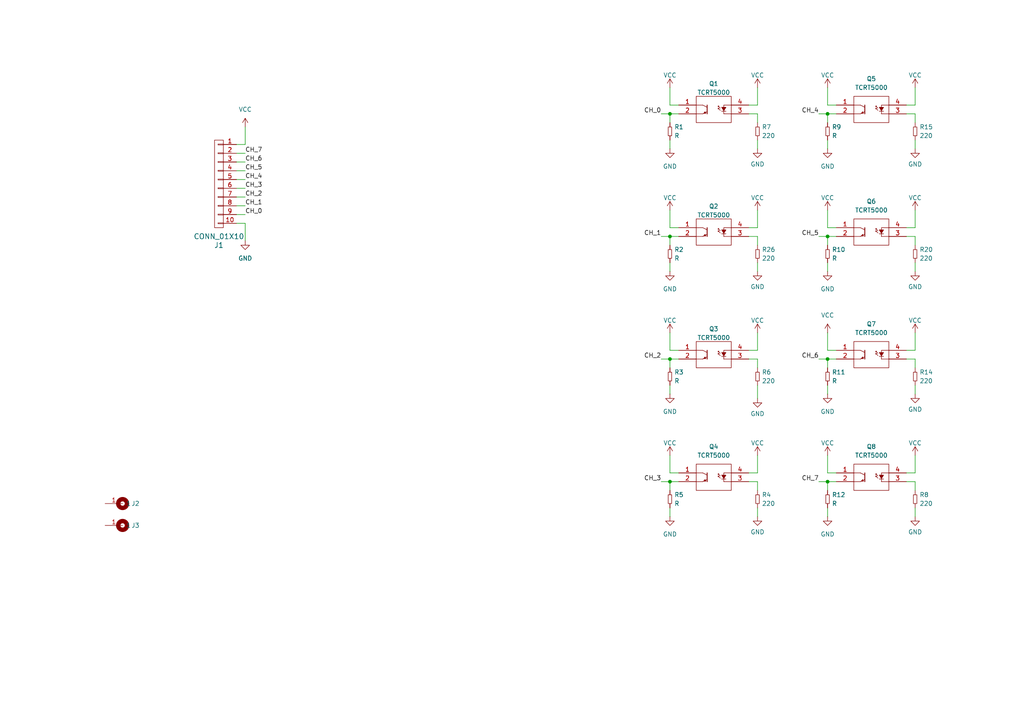
<source format=kicad_sch>
(kicad_sch (version 20231120) (generator "eeschema") (generator_version "8.0")
  (paper "A4")
  (lib_symbols
    (symbol "EESTN5:Cable_PAD" (pin_names (offset 1.016))
      (property "Reference" "J" (at 0 5.08 0))
      (symbol "Cable_PAD_0_1"
        (circle (center 0 0) (radius 1.27) (stroke (width 1.27)))
      )
      (symbol "Cable_PAD_1_1"
        (pin input line (at -5.08 0 0) (length 5.08) (name "1") (number "1"))
      )
    )
    (symbol "EESTN5:R" (pin_numbers hide) (pin_names (offset 0))
      (property "Reference" "R" (at -1.27 0 90))
      (property "Value" "R" (at 1.27 0 90))
      (symbol "R_0_1"
        (rectangle (start 0.508 1.27) (end -0.508 -1.27))
      )
      (symbol "R_1_1"
        (pin passive line (at 0 2.54 270) (length 1.27) (name "~") (number "1"))
        (pin passive line (at 0 -2.54 90) (length 1.27) (name "~") (number "2"))
      )
    )
    (symbol "GND_1" (power) (pin_numbers hide) (pin_names (offset 0) hide)
      (property "Value" "GND" (at 0 -3.81 0))
      (symbol "GND_1_0_1"
        (polyline (pts (xy 0 0) (xy 0 -1.27) (xy 1.27 -1.27) (xy 0 -2.54) (xy -1.27 -1.27) (xy 0 -1.27)))
      )
      (symbol "GND_1_1_1"
        (pin power_in line (at 0 0 270) (length 0) (name "~") (number "1"))
      )
    )
    (symbol "GND_2" (power) (pin_numbers hide) (pin_names (offset 0) hide)
      (property "Value" "GND" (at 0 -3.81 0))
      (symbol "GND_2_0_1"
        (polyline (pts (xy 0 0) (xy 0 -1.27) (xy 1.27 -1.27) (xy 0 -2.54) (xy -1.27 -1.27) (xy 0 -1.27)))
      )
      (symbol "GND_2_1_1"
        (pin power_in line (at 0 0 270) (length 0) (name "~") (number "1"))
      )
    )
    (symbol "MacroLib:CONN_01X10" (pin_names (offset 1.016))
      (property "Reference" "J" (at 0 0 0))
      (property "Value" "CONN_01X10" (at -1.27 13.97 0))
      (symbol "CONN_01X10_1_1"
        (rectangle (start -1.27 -12.7) (end 1.27 12.7))
        (rectangle (start -1.27 -11.303) (end 0.254 -11.557))
        (rectangle (start -1.27 -8.763) (end 0.254 -9.017))
        (rectangle (start -1.27 -6.223) (end 0.254 -6.477))
        (rectangle (start -1.27 -3.683) (end 0.254 -3.937))
        (rectangle (start -1.27 -1.143) (end 0.254 -1.397))
        (rectangle (start -1.27 1.397) (end 0.254 1.143))
        (rectangle (start -1.27 3.937) (end 0.254 3.683))
        (rectangle (start -1.27 6.477) (end 0.254 6.223))
        (rectangle (start -1.27 9.017) (end 0.254 8.763))
        (rectangle (start -1.27 11.557) (end 0.254 11.303))
        (pin passive line (at -5.08 11.43 0) (length 3.81) (name "~") (number "1"))
        (pin passive line (at -5.08 -11.43 0) (length 3.81) (name "~") (number "10"))
        (pin passive line (at -5.08 8.89 0) (length 3.81) (name "~") (number "2"))
        (pin passive line (at -5.08 6.35 0) (length 3.81) (name "~") (number "3"))
        (pin passive line (at -5.08 3.81 0) (length 3.81) (name "~") (number "4"))
        (pin passive line (at -5.08 1.27 0) (length 3.81) (name "~") (number "5"))
        (pin passive line (at -5.08 -1.27 0) (length 3.81) (name "~") (number "6"))
        (pin passive line (at -5.08 -3.81 0) (length 3.81) (name "~") (number "7"))
        (pin passive line (at -5.08 -6.35 0) (length 3.81) (name "~") (number "8"))
        (pin passive line (at -5.08 -8.89 0) (length 3.81) (name "~") (number "9"))
      )
    )
    (symbol "R_1" (pin_numbers hide) (pin_names (offset 0))
      (property "Reference" "R" (at -1.27 0 90))
      (property "Value" "R" (at 1.27 0 90))
      (symbol "R_1_0_1"
        (rectangle (start 0.508 1.27) (end -0.508 -1.27))
      )
      (symbol "R_1_1_1"
        (pin passive line (at 0 2.54 270) (length 1.27) (name "~") (number "1"))
        (pin passive line (at 0 -2.54 90) (length 1.27) (name "~") (number "2"))
      )
    )
    (symbol "TCRT5000_1" (pin_names (offset 0.762) hide)
      (property "Reference" "Q" (at 6.35 8.89 0))
      (property "Value" "TCRT5000_1" (at 6.35 6.35 0))
      (symbol "TCRT5000_1_0_0"
        (pin passive line (at -10.16 1.27 0) (length 5.08) (name "C") (number "1"))
        (pin passive line (at -10.16 -1.27 0) (length 5.08) (name "E") (number "2"))
        (pin passive line (at 10.16 -1.27 180) (length 5.08) (name "K") (number "3"))
        (pin passive line (at 10.16 1.27 180) (length 5.08) (name "A") (number "4"))
      )
      (symbol "TCRT5000_1_0_1"
        (polyline (pts (xy -3.175 -1.27) (xy -5.08 -1.27)) (stroke (width 0.1524)))
        (polyline (pts (xy -3.175 1.27) (xy -5.08 1.27)) (stroke (width 0.1524)))
        (polyline (pts (xy -1.905 -1.27) (xy -1.905 1.27)) (stroke (width 0.254)))
        (polyline (pts (xy -1.905 -0.635) (xy -3.175 -1.27)) (stroke (width 0.1524)))
        (polyline (pts (xy -1.905 0.635) (xy -3.175 1.27)) (stroke (width 0.1524)))
        (polyline (pts (xy 1.397 0.254) (xy 1.905 -0.254)) (stroke (width 0.1524)))
        (polyline (pts (xy 1.397 0.889) (xy 1.905 0.381)) (stroke (width 0.1524)))
        (polyline (pts (xy 2.286 -0.508) (xy 3.556 -0.508)) (stroke (width 0.1524)))
        (polyline (pts (xy 2.921 -0.508) (xy 2.921 -1.27)) (stroke (width 0.1524)))
        (polyline (pts (xy 5.08 -1.27) (xy 2.921 -1.27)) (stroke (width 0.1524)))
        (polyline (pts (xy 5.08 1.27) (xy 2.921 1.27) (xy 2.921 0.635)) (stroke (width 0.1524)))
        (polyline (pts (xy -5.08 3.81) (xy 5.08 3.81) (xy 5.08 -3.81) (xy -5.08 -3.81) (xy -5.08 3.81)) (stroke (width 0.1524)))
        (polyline (pts (xy -2.286 -1.143) (xy -2.54 -0.635) (xy -2.921 -1.143) (xy -2.286 -1.143) (xy -2.54 -0.635)) (fill (type outline)))
        (polyline (pts (xy 1.397 0.254) (xy 1.27 0.127) (xy 1.27 0.381) (xy 1.524 0.381) (xy 1.397 0.254)) (stroke (width 0.1524)))
        (polyline (pts (xy 1.397 0.889) (xy 1.27 0.762) (xy 1.27 1.016) (xy 1.524 1.016) (xy 1.397 0.889)) (stroke (width 0.1524)))
        (polyline (pts (xy 3.556 0.635) (xy 2.286 0.635) (xy 2.921 -0.381) (xy 3.556 0.635) (xy 2.794 0)) (fill (type outline)))
      )
    )
    (symbol "VCC_1" (power) (pin_numbers hide) (pin_names (offset 0) hide)
      (property "Value" "VCC" (at 0 3.556 0))
      (symbol "VCC_1_0_1"
        (polyline (pts (xy -0.762 1.27) (xy 0 2.54)))
        (polyline (pts (xy 0 0) (xy 0 2.54)))
        (polyline (pts (xy 0 2.54) (xy 0.762 1.27)))
      )
      (symbol "VCC_1_1_1"
        (pin power_in line (at 0 0 90) (length 0) (name "~") (number "1"))
      )
    )
    (symbol "VCC_3" (power) (pin_numbers hide) (pin_names (offset 0) hide)
      (property "Value" "VCC" (at 0 3.556 0))
      (symbol "VCC_3_0_1"
        (polyline (pts (xy -0.762 1.27) (xy 0 2.54)))
        (polyline (pts (xy 0 0) (xy 0 2.54)))
        (polyline (pts (xy 0 2.54) (xy 0.762 1.27)))
      )
      (symbol "VCC_3_1_1"
        (pin power_in line (at 0 0 90) (length 0) (name "~") (number "1"))
      )
    )
    (symbol "power:GND" (power) (pin_names (offset 0))
      (property "Value" "GND" (at 0 -3.81 0))
      (symbol "GND_0_1"
        (polyline (pts (xy 0 0) (xy 0 -1.27) (xy 1.27 -1.27) (xy 0 -2.54) (xy -1.27 -1.27) (xy 0 -1.27)))
      )
      (symbol "GND_1_1"
        (pin power_in line (at 0 0 270) (length 0) hide (name "GND") (number "1"))
      )
    )
    (symbol "power:VCC" (power) (pin_names (offset 0))
      (property "Value" "VCC" (at 0 3.81 0))
      (symbol "VCC_0_1"
        (polyline (pts (xy -0.762 1.27) (xy 0 2.54)))
        (polyline (pts (xy 0 0) (xy 0 2.54)))
        (polyline (pts (xy 0 2.54) (xy 0.762 1.27)))
      )
      (symbol "VCC_1_1"
        (pin power_in line (at 0 0 90) (length 0) hide (name "VCC") (number "1"))
      )
    )
  )
  (junction (at 240.03 68.58))
  (junction (at 194.31 139.7))
  (junction (at 240.03 104.14))
  (junction (at 194.31 104.14))
  (junction (at 240.03 33.02))
  (junction (at 240.03 139.7))
  (junction (at 194.31 68.58))
  (junction (at 194.31 33.02))
  (wire (pts (xy 219.71 60.96) (xy 219.71 66.04)))
  (wire (pts (xy 265.43 76.2) (xy 265.43 78.74)))
  (wire (pts (xy 262.89 139.7) (xy 265.43 139.7)))
  (wire (pts (xy 194.31 104.14) (xy 196.85 104.14)))
  (wire (pts (xy 237.49 139.7) (xy 240.03 139.7)))
  (wire (pts (xy 265.43 66.04) (xy 262.89 66.04)))
  (wire (pts (xy 217.17 33.02) (xy 219.71 33.02)))
  (wire (pts (xy 265.43 60.96) (xy 265.43 66.04)))
  (wire (pts (xy 194.31 68.58) (xy 196.85 68.58)))
  (wire (pts (xy 191.77 68.58) (xy 194.31 68.58)))
  (wire (pts (xy 265.43 147.32) (xy 265.43 149.86)))
  (wire (pts (xy 265.43 33.02) (xy 265.43 35.56)))
  (wire (pts (xy 240.03 137.16) (xy 242.57 137.16)))
  (wire (pts (xy 240.03 139.7) (xy 240.03 142.24)))
  (wire (pts (xy 240.03 104.14) (xy 242.57 104.14)))
  (wire (pts (xy 240.03 68.58) (xy 242.57 68.58)))
  (wire (pts (xy 219.71 147.32) (xy 219.71 149.86)))
  (wire (pts (xy 219.71 96.52) (xy 219.71 101.6)))
  (wire (pts (xy 240.03 139.7) (xy 242.57 139.7)))
  (wire (pts (xy 194.31 96.52) (xy 194.31 101.6)))
  (wire (pts (xy 265.43 68.58) (xy 265.43 71.12)))
  (wire (pts (xy 71.12 57.15) (xy 68.58 57.15)))
  (wire (pts (xy 219.71 104.14) (xy 219.71 106.68)))
  (wire (pts (xy 237.49 104.14) (xy 240.03 104.14)))
  (wire (pts (xy 262.89 33.02) (xy 265.43 33.02)))
  (wire (pts (xy 194.31 139.7) (xy 196.85 139.7)))
  (wire (pts (xy 219.71 40.64) (xy 219.71 43.18)))
  (wire (pts (xy 194.31 76.2) (xy 194.31 78.74)))
  (wire (pts (xy 240.03 33.02) (xy 240.03 35.56)))
  (wire (pts (xy 265.43 104.14) (xy 265.43 106.68)))
  (wire (pts (xy 217.17 68.58) (xy 219.71 68.58)))
  (wire (pts (xy 219.71 101.6) (xy 217.17 101.6)))
  (wire (pts (xy 194.31 60.96) (xy 194.31 66.04)))
  (wire (pts (xy 219.71 30.48) (xy 217.17 30.48)))
  (wire (pts (xy 194.31 139.7) (xy 194.31 142.24)))
  (wire (pts (xy 265.43 137.16) (xy 262.89 137.16)))
  (wire (pts (xy 240.03 66.04) (xy 242.57 66.04)))
  (wire (pts (xy 265.43 30.48) (xy 262.89 30.48)))
  (wire (pts (xy 240.03 111.76) (xy 240.03 114.3)))
  (wire (pts (xy 265.43 132.08) (xy 265.43 137.16)))
  (wire (pts (xy 71.12 44.45) (xy 68.58 44.45)))
  (wire (pts (xy 71.12 64.77) (xy 68.58 64.77)))
  (wire (pts (xy 71.12 59.69) (xy 68.58 59.69)))
  (wire (pts (xy 240.03 60.96) (xy 240.03 66.04)))
  (wire (pts (xy 71.12 69.85) (xy 71.12 64.77)))
  (wire (pts (xy 240.03 104.14) (xy 240.03 106.68)))
  (wire (pts (xy 219.71 66.04) (xy 217.17 66.04)))
  (wire (pts (xy 219.71 25.4) (xy 219.71 30.48)))
  (wire (pts (xy 265.43 96.52) (xy 265.43 101.6)))
  (wire (pts (xy 71.12 46.99) (xy 68.58 46.99)))
  (wire (pts (xy 237.49 33.02) (xy 240.03 33.02)))
  (wire (pts (xy 71.12 49.53) (xy 68.58 49.53)))
  (wire (pts (xy 194.31 147.32) (xy 194.31 149.86)))
  (wire (pts (xy 240.03 25.4) (xy 240.03 30.48)))
  (wire (pts (xy 191.77 33.02) (xy 194.31 33.02)))
  (wire (pts (xy 265.43 111.76) (xy 265.43 114.3)))
  (wire (pts (xy 191.77 139.7) (xy 194.31 139.7)))
  (wire (pts (xy 240.03 96.52) (xy 240.03 101.6)))
  (wire (pts (xy 71.12 36.83) (xy 71.12 41.91)))
  (wire (pts (xy 194.31 68.58) (xy 194.31 71.12)))
  (wire (pts (xy 194.31 66.04) (xy 196.85 66.04)))
  (wire (pts (xy 240.03 147.32) (xy 240.03 149.86)))
  (wire (pts (xy 71.12 62.23) (xy 68.58 62.23)))
  (wire (pts (xy 217.17 139.7) (xy 219.71 139.7)))
  (wire (pts (xy 265.43 25.4) (xy 265.43 30.48)))
  (wire (pts (xy 194.31 132.08) (xy 194.31 137.16)))
  (wire (pts (xy 71.12 54.61) (xy 68.58 54.61)))
  (wire (pts (xy 219.71 132.08) (xy 219.71 137.16)))
  (wire (pts (xy 240.03 76.2) (xy 240.03 78.74)))
  (wire (pts (xy 194.31 33.02) (xy 196.85 33.02)))
  (wire (pts (xy 240.03 68.58) (xy 240.03 71.12)))
  (wire (pts (xy 194.31 30.48) (xy 196.85 30.48)))
  (wire (pts (xy 219.71 68.58) (xy 219.71 71.12)))
  (wire (pts (xy 240.03 40.64) (xy 240.03 43.18)))
  (wire (pts (xy 219.71 111.76) (xy 219.71 115.57)))
  (wire (pts (xy 240.03 30.48) (xy 242.57 30.48)))
  (wire (pts (xy 194.31 104.14) (xy 194.31 106.68)))
  (wire (pts (xy 194.31 137.16) (xy 196.85 137.16)))
  (wire (pts (xy 219.71 137.16) (xy 217.17 137.16)))
  (wire (pts (xy 237.49 68.58) (xy 240.03 68.58)))
  (wire (pts (xy 71.12 52.07) (xy 68.58 52.07)))
  (wire (pts (xy 219.71 76.2) (xy 219.71 78.74)))
  (wire (pts (xy 219.71 33.02) (xy 219.71 35.56)))
  (wire (pts (xy 71.12 41.91) (xy 68.58 41.91)))
  (wire (pts (xy 194.31 111.76) (xy 194.31 114.3)))
  (wire (pts (xy 217.17 104.14) (xy 219.71 104.14)))
  (wire (pts (xy 194.31 33.02) (xy 194.31 35.56)))
  (wire (pts (xy 240.03 132.08) (xy 240.03 137.16)))
  (wire (pts (xy 262.89 104.14) (xy 265.43 104.14)))
  (wire (pts (xy 194.31 40.64) (xy 194.31 43.18)))
  (wire (pts (xy 265.43 101.6) (xy 262.89 101.6)))
  (wire (pts (xy 194.31 25.4) (xy 194.31 30.48)))
  (wire (pts (xy 240.03 33.02) (xy 242.57 33.02)))
  (wire (pts (xy 191.77 104.14) (xy 194.31 104.14)))
  (wire (pts (xy 265.43 40.64) (xy 265.43 43.18)))
  (wire (pts (xy 219.71 139.7) (xy 219.71 142.24)))
  (wire (pts (xy 240.03 101.6) (xy 242.57 101.6)))
  (wire (pts (xy 262.89 68.58) (xy 265.43 68.58)))
  (wire (pts (xy 265.43 139.7) (xy 265.43 142.24)))
  (wire (pts (xy 194.31 101.6) (xy 196.85 101.6)))
  (label "CH_3" (at 191.77 139.7 180))
  (label "CH_5" (at 237.49 68.58 180))
  (label "CH_0" (at 71.12 62.23 0))
  (label "CH_4" (at 237.49 33.02 180))
  (label "CH_1" (at 191.77 68.58 180))
  (label "CH_3" (at 71.12 54.61 0))
  (label "CH_7" (at 71.12 44.45 0))
  (label "CH_4" (at 71.12 52.07 0))
  (label "CH_7" (at 237.49 139.7 180))
  (label "CH_6" (at 71.12 46.99 0))
  (label "CH_5" (at 71.12 49.53 0))
  (label "CH_1" (at 71.12 59.69 0))
  (label "CH_6" (at 237.49 104.14 180))
  (label "CH_2" (at 71.12 57.15 0))
  (label "CH_0" (at 191.77 33.02 180))
  (label "CH_2" (at 191.77 104.14 180))
  (symbol (lib_id "MacroLib:CONN_01X10") (at 63.5 53.34 0) (mirror y) (unit 1)
    (property "Reference" "J1" (at 63.5 71.12 0) (effects (font (size 1.4986 1.4986))))
    (property "Value" "CONN_01X10" (at 63.5 68.58 0) (effects (font (size 1.4986 1.4986))))
    (property "Footprint" "MacroLib:Pin_Header_Wire_10" (effects (hide yes)))
  )
  (symbol (lib_name "TCRT5000_1") (lib_id "MacroLib:TCRT5000") (at 252.73 31.75 0) (unit 1)
    (property "Reference" "Q5" (at 252.73 22.86 0))
    (property "Value" "TCRT5000" (at 252.73 25.4 0))
    (property "Footprint" "MacroLib:TCRT5000L" (effects (hide yes)))
    (property "Datasheet" "http://www.vishay.com/docs/83760/tcrt5000.pdf" (effects (hide yes)))
    (property "Description" "VISHAY - TCRT5000. - SENSOR, OPTICAL, TRANSISTOR O/P" (effects (hide yes)))
    (property "Height" "6.8" (effects (hide yes)))
    (property "Manufacturer_Name" "Vishay" (effects (hide yes)))
    (property "Manufacturer_Part_Number" "TCRT5000" (effects (hide yes)))
    (property "Mouser Part Number" "782-TCRT5000" (effects (hide yes)))
    (property "Mouser Price/Stock" "https://www.mouser.co.uk/ProductDetail/Vishay-Semiconductors/TCRT5000?qs=glpcD2KT6uaaYldHGIIt5g%3D%3D" (effects (hide yes)))
    (property "Arrow Part Number" "TCRT5000" (effects (hide yes)))
    (property "Arrow Price/Stock" "https://www.arrow.com/en/products/tcrt5000/vishay?region=nac" (effects (hide yes)))
  )
  (symbol (lib_id "power:VCC") (at 219.71 60.96 0) (unit 1)
    (property "Reference" "#PWR017" (effects (hide yes)))
    (property "Value" "VCC" (at 219.71 57.3842 0))
  )
  (symbol (lib_id "EESTN5:R") (at 265.43 38.1 180) (unit 1)
    (property "Reference" "R15" (at 266.7 36.8299 0) (effects (justify right)))
    (property "Value" "220" (at 266.7 39.3699 0) (effects (justify right)))
    (property "Footprint" "MacroLib:RES0.3" (effects (hide yes)))
  )
  (symbol (lib_name "TCRT5000_1") (lib_id "MacroLib:TCRT5000") (at 207.01 31.75 0) (unit 1)
    (property "Reference" "Q1" (at 207.01 24.291 0))
    (property "Value" "TCRT5000" (at 207.01 26.8279 0))
    (property "Footprint" "MacroLib:TCRT5000L" (effects (hide yes)))
    (property "Datasheet" "http://www.vishay.com/docs/83760/tcrt5000.pdf" (effects (hide yes)))
    (property "Description" "VISHAY - TCRT5000. - SENSOR, OPTICAL, TRANSISTOR O/P" (effects (hide yes)))
    (property "Height" "6.8" (effects (hide yes)))
    (property "Manufacturer_Name" "Vishay" (effects (hide yes)))
    (property "Manufacturer_Part_Number" "TCRT5000" (effects (hide yes)))
    (property "Mouser Part Number" "782-TCRT5000" (effects (hide yes)))
    (property "Mouser Price/Stock" "https://www.mouser.co.uk/ProductDetail/Vishay-Semiconductors/TCRT5000?qs=glpcD2KT6uaaYldHGIIt5g%3D%3D" (effects (hide yes)))
    (property "Arrow Part Number" "TCRT5000" (effects (hide yes)))
    (property "Arrow Price/Stock" "https://www.arrow.com/en/products/tcrt5000/vishay?region=nac" (effects (hide yes)))
  )
  (symbol (lib_name "R_1") (lib_id "EESTN5:R") (at 240.03 109.22 0) (unit 1)
    (property "Reference" "R11" (at 241.3 107.9499 0) (effects (justify left)))
    (property "Value" "R" (at 241.3 110.4899 0) (effects (justify left)))
    (property "Footprint" "MacroLib:RES0.3" (effects (hide yes)))
    (property "Description" "Resistor" (effects (hide yes)))
  )
  (symbol (lib_name "GND_1") (lib_id "power:GND") (at 194.31 78.74 0) (unit 1)
    (property "Reference" "#PWR04" (effects (hide yes)))
    (property "Value" "GND" (at 194.31 83.82 0))
    (property "Description" "Power symbol creates a global label with name \"GND\" , ground" (effects (hide yes)))
  )
  (symbol (lib_id "power:VCC") (at 194.31 60.96 0) (unit 1)
    (property "Reference" "#PWR010" (effects (hide yes)))
    (property "Value" "VCC" (at 194.31 57.3842 0))
  )
  (symbol (lib_id "EESTN5:Cable_PAD") (at 35.56 146.05 0) (unit 1)
    (property "Reference" "J2" (at 38.1 146.0499 0) (effects (justify left)))
    (property "Value" "Cable_PAD" (effects (hide yes)))
    (property "Footprint" "EESTN5:Tornillo_M3_8mm" (effects (hide yes)))
    (property "Description" "Solder Pad for cable connection" (effects (hide yes)))
  )
  (symbol (lib_name "GND_1") (lib_id "power:GND") (at 194.31 149.86 0) (unit 1)
    (property "Reference" "#PWR015" (effects (hide yes)))
    (property "Value" "GND" (at 194.31 154.94 0))
    (property "Description" "Power symbol creates a global label with name \"GND\" , ground" (effects (hide yes)))
  )
  (symbol (lib_id "power:VCC") (at 194.31 25.4 0) (unit 1)
    (property "Reference" "#PWR03" (effects (hide yes)))
    (property "Value" "VCC" (at 194.31 21.8242 0))
  )
  (symbol (lib_id "power:VCC") (at 265.43 132.08 0) (unit 1)
    (property "Reference" "#PWR028" (effects (hide yes)))
    (property "Value" "VCC" (at 265.43 128.5042 0))
  )
  (symbol (lib_id "power:VCC") (at 194.31 96.52 0) (unit 1)
    (property "Reference" "#PWR01" (effects (hide yes)))
    (property "Value" "VCC" (at 194.31 92.9442 0))
  )
  (symbol (lib_id "power:VCC") (at 265.43 25.4 0) (unit 1)
    (property "Reference" "#PWR016" (effects (hide yes)))
    (property "Value" "VCC" (at 265.43 21.8242 0))
  )
  (symbol (lib_id "power:VCC") (at 219.71 25.4 0) (unit 1)
    (property "Reference" "#PWR011" (effects (hide yes)))
    (property "Value" "VCC" (at 219.71 21.8242 0))
  )
  (symbol (lib_name "GND_1") (lib_id "power:GND") (at 240.03 149.86 0) (unit 1)
    (property "Reference" "#PWR031" (effects (hide yes)))
    (property "Value" "GND" (at 240.03 154.94 0))
    (property "Description" "Power symbol creates a global label with name \"GND\" , ground" (effects (hide yes)))
  )
  (symbol (lib_name "TCRT5000_1") (lib_id "MacroLib:TCRT5000") (at 207.01 67.31 0) (unit 1)
    (property "Reference" "Q2" (at 207.01 59.851 0))
    (property "Value" "TCRT5000" (at 207.01 62.3879 0))
    (property "Footprint" "MacroLib:TCRT5000L" (effects (hide yes)))
    (property "Datasheet" "http://www.vishay.com/docs/83760/tcrt5000.pdf" (effects (hide yes)))
    (property "Description" "VISHAY - TCRT5000. - SENSOR, OPTICAL, TRANSISTOR O/P" (effects (hide yes)))
    (property "Height" "6.8" (effects (hide yes)))
    (property "Manufacturer_Name" "Vishay" (effects (hide yes)))
    (property "Manufacturer_Part_Number" "TCRT5000" (effects (hide yes)))
    (property "Mouser Part Number" "782-TCRT5000" (effects (hide yes)))
    (property "Mouser Price/Stock" "https://www.mouser.co.uk/ProductDetail/Vishay-Semiconductors/TCRT5000?qs=glpcD2KT6uaaYldHGIIt5g%3D%3D" (effects (hide yes)))
    (property "Arrow Part Number" "TCRT5000" (effects (hide yes)))
    (property "Arrow Price/Stock" "https://www.arrow.com/en/products/tcrt5000/vishay?region=nac" (effects (hide yes)))
  )
  (symbol (lib_name "R_1") (lib_id "EESTN5:R") (at 240.03 73.66 0) (unit 1)
    (property "Reference" "R10" (at 241.3 72.3899 0) (effects (justify left)))
    (property "Value" "R" (at 241.3 74.9299 0) (effects (justify left)))
    (property "Footprint" "MacroLib:RES0.3" (effects (hide yes)))
    (property "Description" "Resistor" (effects (hide yes)))
  )
  (symbol (lib_name "GND_1") (lib_id "power:GND") (at 240.03 78.74 0) (unit 1)
    (property "Reference" "#PWR024" (effects (hide yes)))
    (property "Value" "GND" (at 240.03 83.82 0))
    (property "Description" "Power symbol creates a global label with name \"GND\" , ground" (effects (hide yes)))
  )
  (symbol (lib_id "power:VCC") (at 240.03 25.4 0) (unit 1)
    (property "Reference" "#PWR014" (effects (hide yes)))
    (property "Value" "VCC" (at 240.03 21.8242 0))
  )
  (symbol (lib_id "power:VCC") (at 240.03 60.96 0) (unit 1)
    (property "Reference" "#PWR07" (effects (hide yes)))
    (property "Value" "VCC" (at 240.03 57.3842 0))
  )
  (symbol (lib_id "power:GND") (at 265.43 114.3 0) (unit 1)
    (property "Reference" "#PWR020" (effects (hide yes)))
    (property "Value" "GND" (at 265.43 118.7434 0))
  )
  (symbol (lib_name "R_1") (lib_id "EESTN5:R") (at 194.31 38.1 0) (unit 1)
    (property "Reference" "R1" (at 195.58 36.8299 0) (effects (justify left)))
    (property "Value" "R" (at 195.58 39.3699 0) (effects (justify left)))
    (property "Footprint" "MacroLib:RES0.3" (effects (hide yes)))
    (property "Description" "Resistor" (effects (hide yes)))
  )
  (symbol (lib_name "TCRT5000_1") (lib_id "MacroLib:TCRT5000") (at 207.01 102.87 0) (unit 1)
    (property "Reference" "Q3" (at 207.01 95.411 0))
    (property "Value" "TCRT5000" (at 207.01 97.9479 0))
    (property "Footprint" "MacroLib:TCRT5000L" (effects (hide yes)))
    (property "Datasheet" "http://www.vishay.com/docs/83760/tcrt5000.pdf" (effects (hide yes)))
    (property "Description" "VISHAY - TCRT5000. - SENSOR, OPTICAL, TRANSISTOR O/P" (effects (hide yes)))
    (property "Height" "6.8" (effects (hide yes)))
    (property "Manufacturer_Name" "Vishay" (effects (hide yes)))
    (property "Manufacturer_Part_Number" "TCRT5000" (effects (hide yes)))
    (property "Mouser Part Number" "782-TCRT5000" (effects (hide yes)))
    (property "Mouser Price/Stock" "https://www.mouser.co.uk/ProductDetail/Vishay-Semiconductors/TCRT5000?qs=glpcD2KT6uaaYldHGIIt5g%3D%3D" (effects (hide yes)))
    (property "Arrow Part Number" "TCRT5000" (effects (hide yes)))
    (property "Arrow Price/Stock" "https://www.arrow.com/en/products/tcrt5000/vishay?region=nac" (effects (hide yes)))
  )
  (symbol (lib_id "power:VCC") (at 265.43 96.52 0) (unit 1)
    (property "Reference" "#PWR012" (effects (hide yes)))
    (property "Value" "VCC" (at 265.43 92.9442 0))
  )
  (symbol (lib_id "EESTN5:R") (at 219.71 144.78 180) (unit 1)
    (property "Reference" "R4" (at 220.98 143.5099 0) (effects (justify right)))
    (property "Value" "220" (at 220.98 146.0499 0) (effects (justify right)))
    (property "Footprint" "MacroLib:RES0.3" (effects (hide yes)))
  )
  (symbol (lib_id "power:VCC") (at 219.71 132.08 0) (unit 1)
    (property "Reference" "#PWR023" (effects (hide yes)))
    (property "Value" "VCC" (at 219.71 128.5042 0))
  )
  (symbol (lib_name "R_1") (lib_id "EESTN5:R") (at 194.31 73.66 0) (unit 1)
    (property "Reference" "R2" (at 195.58 72.3899 0) (effects (justify left)))
    (property "Value" "R" (at 195.58 74.9299 0) (effects (justify left)))
    (property "Footprint" "MacroLib:RES0.3" (effects (hide yes)))
    (property "Description" "Resistor" (effects (hide yes)))
  )
  (symbol (lib_name "GND_1") (lib_id "power:GND") (at 194.31 114.3 0) (unit 1)
    (property "Reference" "#PWR013" (effects (hide yes)))
    (property "Value" "GND" (at 194.31 119.38 0))
    (property "Description" "Power symbol creates a global label with name \"GND\" , ground" (effects (hide yes)))
  )
  (symbol (lib_name "TCRT5000_1") (lib_id "MacroLib:TCRT5000") (at 252.73 138.43 0) (unit 1)
    (property "Reference" "Q8" (at 252.73 129.54 0))
    (property "Value" "TCRT5000" (at 252.73 132.08 0))
    (property "Footprint" "MacroLib:TCRT5000L" (effects (hide yes)))
    (property "Datasheet" "http://www.vishay.com/docs/83760/tcrt5000.pdf" (effects (hide yes)))
    (property "Description" "VISHAY - TCRT5000. - SENSOR, OPTICAL, TRANSISTOR O/P" (effects (hide yes)))
    (property "Height" "6.8" (effects (hide yes)))
    (property "Manufacturer_Name" "Vishay" (effects (hide yes)))
    (property "Manufacturer_Part_Number" "TCRT5000" (effects (hide yes)))
    (property "Mouser Part Number" "782-TCRT5000" (effects (hide yes)))
    (property "Mouser Price/Stock" "https://www.mouser.co.uk/ProductDetail/Vishay-Semiconductors/TCRT5000?qs=glpcD2KT6uaaYldHGIIt5g%3D%3D" (effects (hide yes)))
    (property "Arrow Part Number" "TCRT5000" (effects (hide yes)))
    (property "Arrow Price/Stock" "https://www.arrow.com/en/products/tcrt5000/vishay?region=nac" (effects (hide yes)))
  )
  (symbol (lib_id "EESTN5:R") (at 219.71 38.1 180) (unit 1)
    (property "Reference" "R7" (at 220.98 36.8299 0) (effects (justify right)))
    (property "Value" "220" (at 220.98 39.3699 0) (effects (justify right)))
    (property "Footprint" "MacroLib:RES0.3" (effects (hide yes)))
  )
  (symbol (lib_id "power:GND") (at 219.71 115.57 0) (unit 1)
    (property "Reference" "#PWR08" (effects (hide yes)))
    (property "Value" "GND" (at 219.71 120.0134 0))
  )
  (symbol (lib_name "R_1") (lib_id "EESTN5:R") (at 240.03 38.1 0) (unit 1)
    (property "Reference" "R9" (at 241.3 36.8299 0) (effects (justify left)))
    (property "Value" "R" (at 241.3 39.3699 0) (effects (justify left)))
    (property "Footprint" "MacroLib:RES0.3" (effects (hide yes)))
    (property "Description" "Resistor" (effects (hide yes)))
  )
  (symbol (lib_id "power:GND") (at 265.43 78.74 0) (unit 1)
    (property "Reference" "#PWR029" (effects (hide yes)))
    (property "Value" "GND" (at 265.43 83.1834 0))
  )
  (symbol (lib_id "power:GND") (at 219.71 78.74 0) (unit 1)
    (property "Reference" "#PWR040" (effects (hide yes)))
    (property "Value" "GND" (at 219.71 83.1834 0))
  )
  (symbol (lib_id "power:GND") (at 265.43 43.18 0) (unit 1)
    (property "Reference" "#PWR021" (effects (hide yes)))
    (property "Value" "GND" (at 265.43 47.6234 0))
  )
  (symbol (lib_id "power:GND") (at 265.43 149.86 0) (unit 1)
    (property "Reference" "#PWR030" (effects (hide yes)))
    (property "Value" "GND" (at 265.43 154.3034 0))
  )
  (symbol (lib_name "GND_1") (lib_id "power:GND") (at 194.31 43.18 0) (unit 1)
    (property "Reference" "#PWR02" (effects (hide yes)))
    (property "Value" "GND" (at 194.31 48.26 0))
    (property "Description" "Power symbol creates a global label with name \"GND\" , ground" (effects (hide yes)))
  )
  (symbol (lib_name "GND_1") (lib_id "power:GND") (at 240.03 43.18 0) (unit 1)
    (property "Reference" "#PWR022" (effects (hide yes)))
    (property "Value" "GND" (at 240.03 48.26 0))
    (property "Description" "Power symbol creates a global label with name \"GND\" , ground" (effects (hide yes)))
  )
  (symbol (lib_id "power:VCC") (at 219.71 96.52 0) (unit 1)
    (property "Reference" "#PWR05" (effects (hide yes)))
    (property "Value" "VCC" (at 219.71 92.9442 0))
  )
  (symbol (lib_name "GND_2") (lib_id "power:GND") (at 71.12 69.85 0) (unit 1)
    (property "Reference" "#PWR035" (effects (hide yes)))
    (property "Value" "GND" (at 71.12 74.93 0))
    (property "Description" "Power symbol creates a global label with name \"GND\" , ground" (effects (hide yes)))
  )
  (symbol (lib_id "power:GND") (at 219.71 43.18 0) (unit 1)
    (property "Reference" "#PWR09" (effects (hide yes)))
    (property "Value" "GND" (at 219.71 47.6234 0))
  )
  (symbol (lib_name "TCRT5000_1") (lib_id "MacroLib:TCRT5000") (at 207.01 138.43 0) (unit 1)
    (property "Reference" "Q4" (at 207.01 129.54 0))
    (property "Value" "TCRT5000" (at 207.01 132.08 0))
    (property "Footprint" "MacroLib:TCRT5000L" (effects (hide yes)))
    (property "Datasheet" "http://www.vishay.com/docs/83760/tcrt5000.pdf" (effects (hide yes)))
    (property "Description" "VISHAY - TCRT5000. - SENSOR, OPTICAL, TRANSISTOR O/P" (effects (hide yes)))
    (property "Height" "6.8" (effects (hide yes)))
    (property "Manufacturer_Name" "Vishay" (effects (hide yes)))
    (property "Manufacturer_Part_Number" "TCRT5000" (effects (hide yes)))
    (property "Mouser Part Number" "782-TCRT5000" (effects (hide yes)))
    (property "Mouser Price/Stock" "https://www.mouser.co.uk/ProductDetail/Vishay-Semiconductors/TCRT5000?qs=glpcD2KT6uaaYldHGIIt5g%3D%3D" (effects (hide yes)))
    (property "Arrow Part Number" "TCRT5000" (effects (hide yes)))
    (property "Arrow Price/Stock" "https://www.arrow.com/en/products/tcrt5000/vishay?region=nac" (effects (hide yes)))
  )
  (symbol (lib_id "EESTN5:Cable_PAD") (at 35.56 152.4 0) (unit 1)
    (property "Reference" "J3" (at 38.1 152.3999 0) (effects (justify left)))
    (property "Value" "Cable_PAD" (effects (hide yes)))
    (property "Footprint" "EESTN5:Tornillo_M3_8mm" (effects (hide yes)))
    (property "Description" "Solder Pad for cable connection" (effects (hide yes)))
  )
  (symbol (lib_name "VCC_1") (lib_id "power:VCC") (at 240.03 96.52 0) (unit 1)
    (property "Reference" "#PWR06" (effects (hide yes)))
    (property "Value" "VCC" (at 240.03 91.44 0))
    (property "Description" "Power symbol creates a global label with name \"VCC\"" (effects (hide yes)))
  )
  (symbol (lib_id "EESTN5:R") (at 219.71 109.22 180) (unit 1)
    (property "Reference" "R6" (at 220.98 107.9499 0) (effects (justify right)))
    (property "Value" "220" (at 220.98 110.4899 0) (effects (justify right)))
    (property "Footprint" "MacroLib:RES0.3" (effects (hide yes)))
  )
  (symbol (lib_name "GND_1") (lib_id "power:GND") (at 240.03 114.3 0) (unit 1)
    (property "Reference" "#PWR027" (effects (hide yes)))
    (property "Value" "GND" (at 240.03 119.38 0))
    (property "Description" "Power symbol creates a global label with name \"GND\" , ground" (effects (hide yes)))
  )
  (symbol (lib_id "EESTN5:R") (at 219.71 73.66 180) (unit 1)
    (property "Reference" "R26" (at 220.98 72.3899 0) (effects (justify right)))
    (property "Value" "220" (at 220.98 74.9299 0) (effects (justify right)))
    (property "Footprint" "MacroLib:RES0.3" (effects (hide yes)))
  )
  (symbol (lib_name "R_1") (lib_id "EESTN5:R") (at 194.31 109.22 0) (unit 1)
    (property "Reference" "R3" (at 195.58 107.9499 0) (effects (justify left)))
    (property "Value" "R" (at 195.58 110.4899 0) (effects (justify left)))
    (property "Footprint" "MacroLib:RES0.3" (effects (hide yes)))
    (property "Description" "Resistor" (effects (hide yes)))
  )
  (symbol (lib_id "power:VCC") (at 194.31 132.08 0) (unit 1)
    (property "Reference" "#PWR019" (effects (hide yes)))
    (property "Value" "VCC" (at 194.31 128.5042 0))
  )
  (symbol (lib_name "TCRT5000_1") (lib_id "MacroLib:TCRT5000") (at 252.73 67.31 0) (unit 1)
    (property "Reference" "Q6" (at 252.73 58.42 0))
    (property "Value" "TCRT5000" (at 252.73 60.96 0))
    (property "Footprint" "MacroLib:TCRT5000L" (effects (hide yes)))
    (property "Datasheet" "http://www.vishay.com/docs/83760/tcrt5000.pdf" (effects (hide yes)))
    (property "Description" "VISHAY - TCRT5000. - SENSOR, OPTICAL, TRANSISTOR O/P" (effects (hide yes)))
    (property "Height" "6.8" (effects (hide yes)))
    (property "Manufacturer_Name" "Vishay" (effects (hide yes)))
    (property "Manufacturer_Part_Number" "TCRT5000" (effects (hide yes)))
    (property "Mouser Part Number" "782-TCRT5000" (effects (hide yes)))
    (property "Mouser Price/Stock" "https://www.mouser.co.uk/ProductDetail/Vishay-Semiconductors/TCRT5000?qs=glpcD2KT6uaaYldHGIIt5g%3D%3D" (effects (hide yes)))
    (property "Arrow Part Number" "TCRT5000" (effects (hide yes)))
    (property "Arrow Price/Stock" "https://www.arrow.com/en/products/tcrt5000/vishay?region=nac" (effects (hide yes)))
  )
  (symbol (lib_id "EESTN5:R") (at 265.43 144.78 180) (unit 1)
    (property "Reference" "R8" (at 266.7 143.5099 0) (effects (justify right)))
    (property "Value" "220" (at 266.7 146.0499 0) (effects (justify right)))
    (property "Footprint" "MacroLib:RES0.3" (effects (hide yes)))
  )
  (symbol (lib_id "EESTN5:R") (at 265.43 109.22 180) (unit 1)
    (property "Reference" "R14" (at 266.7 107.9499 0) (effects (justify right)))
    (property "Value" "220" (at 266.7 110.4899 0) (effects (justify right)))
    (property "Footprint" "MacroLib:RES0.3" (effects (hide yes)))
  )
  (symbol (lib_name "TCRT5000_1") (lib_id "MacroLib:TCRT5000") (at 252.73 102.87 0) (unit 1)
    (property "Reference" "Q7" (at 252.73 93.98 0))
    (property "Value" "TCRT5000" (at 252.73 96.52 0))
    (property "Footprint" "MacroLib:TCRT5000L" (effects (hide yes)))
    (property "Datasheet" "http://www.vishay.com/docs/83760/tcrt5000.pdf" (effects (hide yes)))
    (property "Description" "VISHAY - TCRT5000. - SENSOR, OPTICAL, TRANSISTOR O/P" (effects (hide yes)))
    (property "Height" "6.8" (effects (hide yes)))
    (property "Manufacturer_Name" "Vishay" (effects (hide yes)))
    (property "Manufacturer_Part_Number" "TCRT5000" (effects (hide yes)))
    (property "Mouser Part Number" "782-TCRT5000" (effects (hide yes)))
    (property "Mouser Price/Stock" "https://www.mouser.co.uk/ProductDetail/Vishay-Semiconductors/TCRT5000?qs=glpcD2KT6uaaYldHGIIt5g%3D%3D" (effects (hide yes)))
    (property "Arrow Part Number" "TCRT5000" (effects (hide yes)))
    (property "Arrow Price/Stock" "https://www.arrow.com/en/products/tcrt5000/vishay?region=nac" (effects (hide yes)))
  )
  (symbol (lib_name "R_1") (lib_id "EESTN5:R") (at 194.31 144.78 0) (unit 1)
    (property "Reference" "R5" (at 195.58 143.5099 0) (effects (justify left)))
    (property "Value" "R" (at 195.58 146.0499 0) (effects (justify left)))
    (property "Footprint" "MacroLib:RES0.3" (effects (hide yes)))
    (property "Description" "Resistor" (effects (hide yes)))
  )
  (symbol (lib_id "power:VCC") (at 265.43 60.96 0) (unit 1)
    (property "Reference" "#PWR018" (effects (hide yes)))
    (property "Value" "VCC" (at 265.43 57.3842 0))
  )
  (symbol (lib_name "R_1") (lib_id "EESTN5:R") (at 240.03 144.78 0) (unit 1)
    (property "Reference" "R12" (at 241.3 143.5099 0) (effects (justify left)))
    (property "Value" "R" (at 241.3 146.0499 0) (effects (justify left)))
    (property "Footprint" "MacroLib:RES0.3" (effects (hide yes)))
    (property "Description" "Resistor" (effects (hide yes)))
  )
  (symbol (lib_name "VCC_3") (lib_id "power:VCC") (at 71.12 36.83 0) (unit 1)
    (property "Reference" "#PWR034" (effects (hide yes)))
    (property "Value" "VCC" (at 71.12 31.75 0))
    (property "Description" "Power symbol creates a global label with name \"VCC\"" (effects (hide yes)))
  )
  (symbol (lib_id "power:GND") (at 219.71 149.86 0) (unit 1)
    (property "Reference" "#PWR025" (effects (hide yes)))
    (property "Value" "GND" (at 219.71 154.3034 0))
  )
  (symbol (lib_id "EESTN5:R") (at 265.43 73.66 0) (unit 1)
    (property "Reference" "R20" (at 266.7 72.3899 0) (effects (justify left)))
    (property "Value" "220" (at 266.7 74.9299 0) (effects (justify left)))
    (property "Footprint" "MacroLib:RES0.3" (effects (hide yes)))
  )
  (symbol (lib_id "power:VCC") (at 240.03 132.08 0) (unit 1)
    (property "Reference" "#PWR026" (effects (hide yes)))
    (property "Value" "VCC" (at 240.03 128.5042 0))
  )
)
</source>
